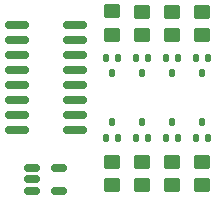
<source format=gbr>
%TF.GenerationSoftware,KiCad,Pcbnew,9.0.6-9.0.6~ubuntu24.04.1*%
%TF.CreationDate,2026-01-18T13:35:56-03:00*%
%TF.ProjectId,cotti_7seg,636f7474-695f-4377-9365-672e6b696361,0.0*%
%TF.SameCoordinates,Original*%
%TF.FileFunction,Paste,Top*%
%TF.FilePolarity,Positive*%
%FSLAX46Y46*%
G04 Gerber Fmt 4.6, Leading zero omitted, Abs format (unit mm)*
G04 Created by KiCad (PCBNEW 9.0.6-9.0.6~ubuntu24.04.1) date 2026-01-18 13:35:56*
%MOMM*%
%LPD*%
G01*
G04 APERTURE LIST*
G04 Aperture macros list*
%AMRoundRect*
0 Rectangle with rounded corners*
0 $1 Rounding radius*
0 $2 $3 $4 $5 $6 $7 $8 $9 X,Y pos of 4 corners*
0 Add a 4 corners polygon primitive as box body*
4,1,4,$2,$3,$4,$5,$6,$7,$8,$9,$2,$3,0*
0 Add four circle primitives for the rounded corners*
1,1,$1+$1,$2,$3*
1,1,$1+$1,$4,$5*
1,1,$1+$1,$6,$7*
1,1,$1+$1,$8,$9*
0 Add four rect primitives between the rounded corners*
20,1,$1+$1,$2,$3,$4,$5,0*
20,1,$1+$1,$4,$5,$6,$7,0*
20,1,$1+$1,$6,$7,$8,$9,0*
20,1,$1+$1,$8,$9,$2,$3,0*%
G04 Aperture macros list end*
%ADD10RoundRect,0.250000X-0.450000X0.350000X-0.450000X-0.350000X0.450000X-0.350000X0.450000X0.350000X0*%
%ADD11RoundRect,0.125000X-0.125000X0.175000X-0.125000X-0.175000X0.125000X-0.175000X0.125000X0.175000X0*%
%ADD12RoundRect,0.250000X0.450000X-0.350000X0.450000X0.350000X-0.450000X0.350000X-0.450000X-0.350000X0*%
%ADD13RoundRect,0.150000X-0.825000X-0.150000X0.825000X-0.150000X0.825000X0.150000X-0.825000X0.150000X0*%
%ADD14RoundRect,0.125000X0.125000X-0.175000X0.125000X0.175000X-0.125000X0.175000X-0.125000X-0.175000X0*%
%ADD15RoundRect,0.150000X-0.512500X-0.150000X0.512500X-0.150000X0.512500X0.150000X-0.512500X0.150000X0*%
G04 APERTURE END LIST*
D10*
%TO.C,R8*%
X120904000Y-66564000D03*
X120904000Y-68564000D03*
%TD*%
D11*
%TO.C,Q8*%
X126484000Y-57770000D03*
X125484000Y-57770000D03*
X125984000Y-59070000D03*
%TD*%
D12*
%TO.C,R6*%
X120904000Y-55848000D03*
X120904000Y-53848000D03*
%TD*%
%TO.C,R4*%
X128524000Y-55864000D03*
X128524000Y-53864000D03*
%TD*%
%TO.C,R5*%
X125984000Y-55864000D03*
X125984000Y-53864000D03*
%TD*%
D13*
%TO.C,U1*%
X112841000Y-54991000D03*
X112841000Y-56261000D03*
X112841000Y-57531000D03*
X112841000Y-58801000D03*
X112841000Y-60071000D03*
X112841000Y-61341000D03*
X112841000Y-62611000D03*
X112841000Y-63881000D03*
X117791000Y-63881000D03*
X117791000Y-62611000D03*
X117791000Y-61341000D03*
X117791000Y-60071000D03*
X117791000Y-58801000D03*
X117791000Y-57531000D03*
X117791000Y-56261000D03*
X117791000Y-54991000D03*
%TD*%
D14*
%TO.C,Q1*%
X122944000Y-64531000D03*
X123944000Y-64531000D03*
X123444000Y-63231000D03*
%TD*%
D11*
%TO.C,Q5*%
X121404000Y-57770000D03*
X120404000Y-57770000D03*
X120904000Y-59070000D03*
%TD*%
D10*
%TO.C,R1*%
X123444000Y-66564000D03*
X123444000Y-68564000D03*
%TD*%
D14*
%TO.C,Q3*%
X128024000Y-64531000D03*
X129024000Y-64531000D03*
X128524000Y-63231000D03*
%TD*%
%TO.C,Q2*%
X125484000Y-64531000D03*
X126484000Y-64531000D03*
X125984000Y-63231000D03*
%TD*%
D15*
%TO.C,U3*%
X114178500Y-67122000D03*
X114178500Y-68072000D03*
X114178500Y-69022000D03*
X116453500Y-69022000D03*
X116453500Y-67122000D03*
%TD*%
D14*
%TO.C,Q7*%
X120404000Y-64546000D03*
X121404000Y-64546000D03*
X120904000Y-63246000D03*
%TD*%
D12*
%TO.C,R7*%
X123444000Y-55864000D03*
X123444000Y-53864000D03*
%TD*%
D10*
%TO.C,R2*%
X125984000Y-66564000D03*
X125984000Y-68564000D03*
%TD*%
%TO.C,R3*%
X128524000Y-66564000D03*
X128524000Y-68564000D03*
%TD*%
D11*
%TO.C,Q6*%
X123944000Y-57770000D03*
X122944000Y-57770000D03*
X123444000Y-59070000D03*
%TD*%
%TO.C,Q4*%
X129024000Y-57770000D03*
X128024000Y-57770000D03*
X128524000Y-59070000D03*
%TD*%
M02*

</source>
